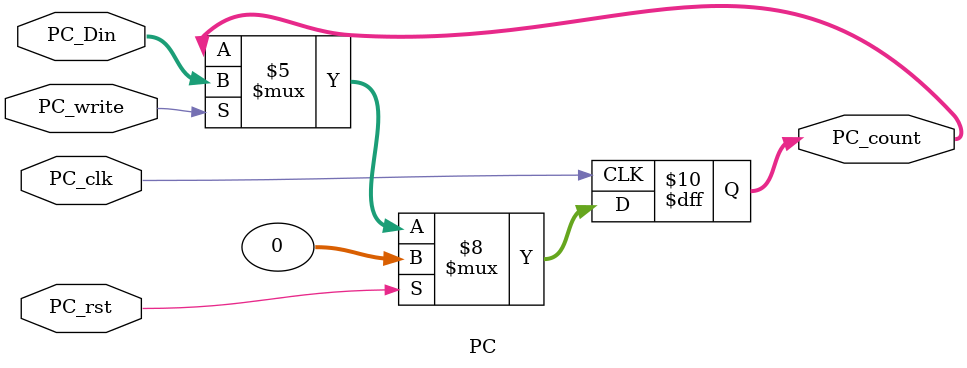
<source format=sv>
`timescale 1ns / 1ps


module PC(
// initialize inputs adn outputs
    input logic PC_write,
    input logic PC_rst,
    input logic [31:0] PC_Din,
    input logic PC_clk,
    output logic [31:0] PC_count
    
    );
    // always flip flop used for non blocking assignments and synchronizes to the rising edge of the clock
    always_ff @(posedge PC_clk)
    begin
    // priority stages the same as in the lab manual
    if (PC_rst==1'd1)// if reset is 1 the set pc count to 1
        PC_count <=32'd0;
    else if (PC_write ==1'd1)// if write enable is 1 then store the din value in pc count
        PC_count<=PC_Din;
    else
        PC_count<=PC_count;// otherwise hold the count value, stopping the incramentation
    
    end
    
endmodule

</source>
